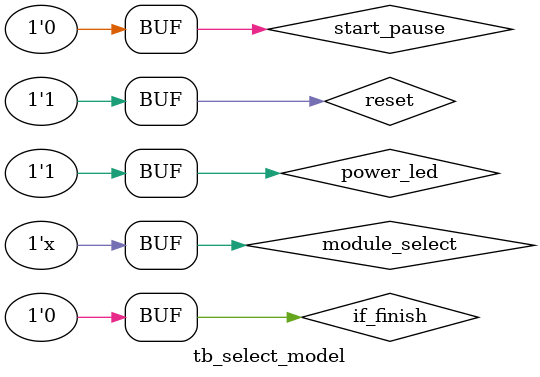
<source format=v>
`timescale 1ns / 1ps


module tb_select_model();
reg  reset,power_led,start_pause,module_select,if_finish;
   wire  [2:0]model_now;
   
  Select_module DUT  (reset,power_led,start_pause,module_select,if_finish,model_now);
  
   initial   begin  
   reset<=1;
   power_led<=1;
   start_pause<=0;
   module_select<=0;
   if_finish<=0;
   end
   
   always   begin
   #(5) module_select<=~module_select;
   end

endmodule

</source>
